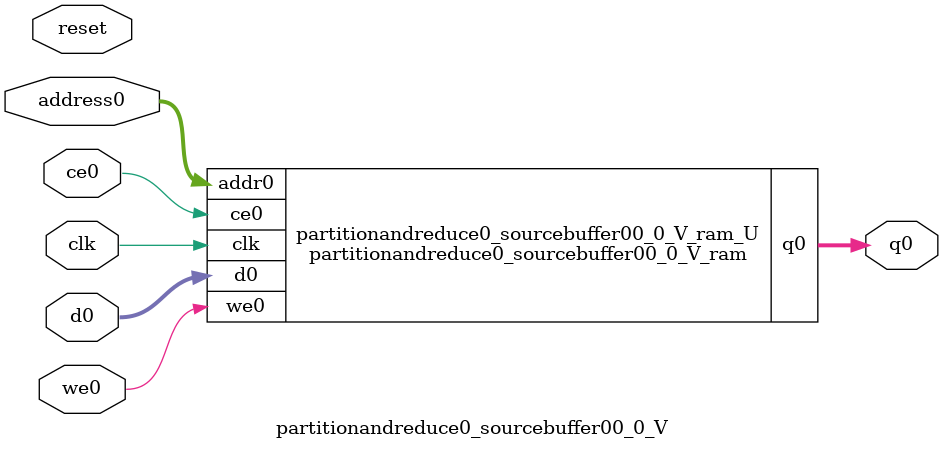
<source format=v>
`timescale 1 ns / 1 ps
module partitionandreduce0_sourcebuffer00_0_V_ram (addr0, ce0, d0, we0, q0,  clk);

parameter DWIDTH = 512;
parameter AWIDTH = 9;
parameter MEM_SIZE = 512;

input[AWIDTH-1:0] addr0;
input ce0;
input[DWIDTH-1:0] d0;
input we0;
output reg[DWIDTH-1:0] q0;
input clk;

(* ram_style = "block" *)reg [DWIDTH-1:0] ram[0:MEM_SIZE-1];




always @(posedge clk)  
begin 
    if (ce0) 
    begin
        if (we0) 
        begin 
            ram[addr0] <= d0; 
        end 
        q0 <= ram[addr0];
    end
end


endmodule

`timescale 1 ns / 1 ps
module partitionandreduce0_sourcebuffer00_0_V(
    reset,
    clk,
    address0,
    ce0,
    we0,
    d0,
    q0);

parameter DataWidth = 32'd512;
parameter AddressRange = 32'd512;
parameter AddressWidth = 32'd9;
input reset;
input clk;
input[AddressWidth - 1:0] address0;
input ce0;
input we0;
input[DataWidth - 1:0] d0;
output[DataWidth - 1:0] q0;



partitionandreduce0_sourcebuffer00_0_V_ram partitionandreduce0_sourcebuffer00_0_V_ram_U(
    .clk( clk ),
    .addr0( address0 ),
    .ce0( ce0 ),
    .we0( we0 ),
    .d0( d0 ),
    .q0( q0 ));

endmodule


</source>
